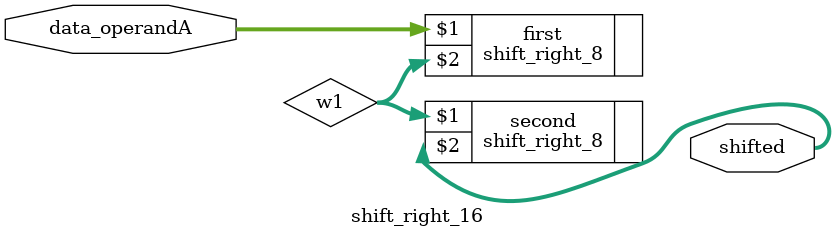
<source format=v>
module shift_right_16(data_operandA, shifted);
    
    input [31:0] data_operandA;
    output [31:0] shifted;

    wire [31:0] w1;
    shift_right_8 first(data_operandA, w1);
    shift_right_8 second(w1, shifted);

endmodule
</source>
